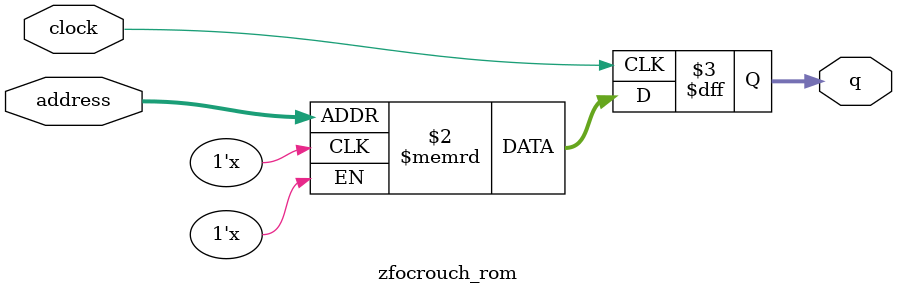
<source format=sv>
module zfocrouch_rom (
	input logic clock,
	input logic [11:0] address,
	output logic [3:0] q
);

logic [3:0] memory [0:4095] /* synthesis ram_init_file = "./zfocrouch/zfocrouch.mif" */;

always_ff @ (posedge clock) begin
	q <= memory[address];
end

endmodule

</source>
